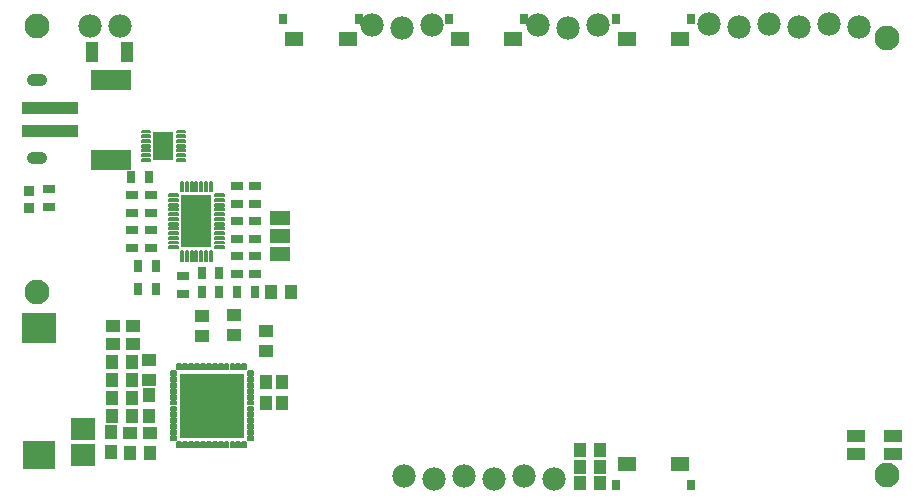
<source format=gbr>
G04 EAGLE Gerber RS-274X export*
G75*
%MOMM*%
%FSLAX34Y34*%
%LPD*%
%INSoldermask Bottom*%
%IPPOS*%
%AMOC8*
5,1,8,0,0,1.08239X$1,22.5*%
G01*
%ADD10C,2.101600*%
%ADD11R,2.101600X1.901600*%
%ADD12R,2.701600X2.351600*%
%ADD13R,2.901600X2.551600*%
%ADD14R,1.201600X1.101600*%
%ADD15R,1.101600X1.201600*%
%ADD16C,0.130963*%
%ADD17R,5.501600X5.501600*%
%ADD18R,1.601600X1.001600*%
%ADD19C,1.981200*%
%ADD20C,0.157581*%
%ADD21R,2.501600X4.501600*%
%ADD22R,1.801600X2.401600*%
%ADD23R,4.701600X1.101600*%
%ADD24R,3.501600X1.701600*%
%ADD25C,1.001600*%
%ADD26R,1.001600X1.701600*%
%ADD27R,1.001600X0.701600*%
%ADD28R,0.901600X0.901600*%
%ADD29R,0.701600X1.001600*%
%ADD30R,1.701800X1.270000*%
%ADD31R,1.551600X1.151600*%
%ADD32R,0.701600X0.901600*%


D10*
X735000Y386500D03*
X735000Y16500D03*
X15000Y396500D03*
X15000Y171500D03*
D11*
X54150Y34000D03*
X54150Y56000D03*
D12*
X16850Y34000D03*
D13*
X16850Y141000D03*
D14*
X110800Y52100D03*
X93800Y52100D03*
D15*
X78000Y36000D03*
X78000Y53000D03*
X110000Y67000D03*
X110000Y84000D03*
X111100Y35500D03*
X94100Y35500D03*
D14*
X110000Y97000D03*
X110000Y114000D03*
D15*
X230280Y171850D03*
X213280Y171850D03*
D16*
X132453Y49603D02*
X128247Y49603D01*
X132453Y49603D02*
X132453Y46397D01*
X128247Y46397D01*
X128247Y49603D01*
X128247Y47641D02*
X132453Y47641D01*
X132453Y48885D02*
X128247Y48885D01*
X128247Y54603D02*
X132453Y54603D01*
X132453Y51397D01*
X128247Y51397D01*
X128247Y54603D01*
X128247Y52641D02*
X132453Y52641D01*
X132453Y53885D02*
X128247Y53885D01*
X128247Y59603D02*
X132453Y59603D01*
X132453Y56397D01*
X128247Y56397D01*
X128247Y59603D01*
X128247Y57641D02*
X132453Y57641D01*
X132453Y58885D02*
X128247Y58885D01*
X128247Y64603D02*
X132453Y64603D01*
X132453Y61397D01*
X128247Y61397D01*
X128247Y64603D01*
X128247Y62641D02*
X132453Y62641D01*
X132453Y63885D02*
X128247Y63885D01*
X128247Y69603D02*
X132453Y69603D01*
X132453Y66397D01*
X128247Y66397D01*
X128247Y69603D01*
X128247Y67641D02*
X132453Y67641D01*
X132453Y68885D02*
X128247Y68885D01*
X128247Y74603D02*
X132453Y74603D01*
X132453Y71397D01*
X128247Y71397D01*
X128247Y74603D01*
X128247Y72641D02*
X132453Y72641D01*
X132453Y73885D02*
X128247Y73885D01*
X128247Y79603D02*
X132453Y79603D01*
X132453Y76397D01*
X128247Y76397D01*
X128247Y79603D01*
X128247Y77641D02*
X132453Y77641D01*
X132453Y78885D02*
X128247Y78885D01*
X128247Y84603D02*
X132453Y84603D01*
X132453Y81397D01*
X128247Y81397D01*
X128247Y84603D01*
X128247Y82641D02*
X132453Y82641D01*
X132453Y83885D02*
X128247Y83885D01*
X128247Y89603D02*
X132453Y89603D01*
X132453Y86397D01*
X128247Y86397D01*
X128247Y89603D01*
X128247Y87641D02*
X132453Y87641D01*
X132453Y88885D02*
X128247Y88885D01*
X128247Y94603D02*
X132453Y94603D01*
X132453Y91397D01*
X128247Y91397D01*
X128247Y94603D01*
X128247Y92641D02*
X132453Y92641D01*
X132453Y93885D02*
X128247Y93885D01*
X128247Y99603D02*
X132453Y99603D01*
X132453Y96397D01*
X128247Y96397D01*
X128247Y99603D01*
X128247Y97641D02*
X132453Y97641D01*
X132453Y98885D02*
X128247Y98885D01*
X128247Y104603D02*
X132453Y104603D01*
X132453Y101397D01*
X128247Y101397D01*
X128247Y104603D01*
X128247Y102641D02*
X132453Y102641D01*
X132453Y103885D02*
X128247Y103885D01*
X137103Y106047D02*
X137103Y110253D01*
X137103Y106047D02*
X133897Y106047D01*
X133897Y110253D01*
X137103Y110253D01*
X137103Y107291D02*
X133897Y107291D01*
X133897Y108535D02*
X137103Y108535D01*
X137103Y109779D02*
X133897Y109779D01*
X142103Y110253D02*
X142103Y106047D01*
X138897Y106047D01*
X138897Y110253D01*
X142103Y110253D01*
X142103Y107291D02*
X138897Y107291D01*
X138897Y108535D02*
X142103Y108535D01*
X142103Y109779D02*
X138897Y109779D01*
X147103Y110253D02*
X147103Y106047D01*
X143897Y106047D01*
X143897Y110253D01*
X147103Y110253D01*
X147103Y107291D02*
X143897Y107291D01*
X143897Y108535D02*
X147103Y108535D01*
X147103Y109779D02*
X143897Y109779D01*
X152103Y110253D02*
X152103Y106047D01*
X148897Y106047D01*
X148897Y110253D01*
X152103Y110253D01*
X152103Y107291D02*
X148897Y107291D01*
X148897Y108535D02*
X152103Y108535D01*
X152103Y109779D02*
X148897Y109779D01*
X157103Y110253D02*
X157103Y106047D01*
X153897Y106047D01*
X153897Y110253D01*
X157103Y110253D01*
X157103Y107291D02*
X153897Y107291D01*
X153897Y108535D02*
X157103Y108535D01*
X157103Y109779D02*
X153897Y109779D01*
X162103Y110253D02*
X162103Y106047D01*
X158897Y106047D01*
X158897Y110253D01*
X162103Y110253D01*
X162103Y107291D02*
X158897Y107291D01*
X158897Y108535D02*
X162103Y108535D01*
X162103Y109779D02*
X158897Y109779D01*
X167103Y110253D02*
X167103Y106047D01*
X163897Y106047D01*
X163897Y110253D01*
X167103Y110253D01*
X167103Y107291D02*
X163897Y107291D01*
X163897Y108535D02*
X167103Y108535D01*
X167103Y109779D02*
X163897Y109779D01*
X172103Y110253D02*
X172103Y106047D01*
X168897Y106047D01*
X168897Y110253D01*
X172103Y110253D01*
X172103Y107291D02*
X168897Y107291D01*
X168897Y108535D02*
X172103Y108535D01*
X172103Y109779D02*
X168897Y109779D01*
X177103Y110253D02*
X177103Y106047D01*
X173897Y106047D01*
X173897Y110253D01*
X177103Y110253D01*
X177103Y107291D02*
X173897Y107291D01*
X173897Y108535D02*
X177103Y108535D01*
X177103Y109779D02*
X173897Y109779D01*
X182103Y110253D02*
X182103Y106047D01*
X178897Y106047D01*
X178897Y110253D01*
X182103Y110253D01*
X182103Y107291D02*
X178897Y107291D01*
X178897Y108535D02*
X182103Y108535D01*
X182103Y109779D02*
X178897Y109779D01*
X187103Y110253D02*
X187103Y106047D01*
X183897Y106047D01*
X183897Y110253D01*
X187103Y110253D01*
X187103Y107291D02*
X183897Y107291D01*
X183897Y108535D02*
X187103Y108535D01*
X187103Y109779D02*
X183897Y109779D01*
X192103Y110253D02*
X192103Y106047D01*
X188897Y106047D01*
X188897Y110253D01*
X192103Y110253D01*
X192103Y107291D02*
X188897Y107291D01*
X188897Y108535D02*
X192103Y108535D01*
X192103Y109779D02*
X188897Y109779D01*
X193547Y101397D02*
X197753Y101397D01*
X193547Y101397D02*
X193547Y104603D01*
X197753Y104603D01*
X197753Y101397D01*
X197753Y102641D02*
X193547Y102641D01*
X193547Y103885D02*
X197753Y103885D01*
X197753Y96397D02*
X193547Y96397D01*
X193547Y99603D01*
X197753Y99603D01*
X197753Y96397D01*
X197753Y97641D02*
X193547Y97641D01*
X193547Y98885D02*
X197753Y98885D01*
X197753Y91397D02*
X193547Y91397D01*
X193547Y94603D01*
X197753Y94603D01*
X197753Y91397D01*
X197753Y92641D02*
X193547Y92641D01*
X193547Y93885D02*
X197753Y93885D01*
X197753Y86397D02*
X193547Y86397D01*
X193547Y89603D01*
X197753Y89603D01*
X197753Y86397D01*
X197753Y87641D02*
X193547Y87641D01*
X193547Y88885D02*
X197753Y88885D01*
X197753Y81397D02*
X193547Y81397D01*
X193547Y84603D01*
X197753Y84603D01*
X197753Y81397D01*
X197753Y82641D02*
X193547Y82641D01*
X193547Y83885D02*
X197753Y83885D01*
X197753Y76397D02*
X193547Y76397D01*
X193547Y79603D01*
X197753Y79603D01*
X197753Y76397D01*
X197753Y77641D02*
X193547Y77641D01*
X193547Y78885D02*
X197753Y78885D01*
X197753Y71397D02*
X193547Y71397D01*
X193547Y74603D01*
X197753Y74603D01*
X197753Y71397D01*
X197753Y72641D02*
X193547Y72641D01*
X193547Y73885D02*
X197753Y73885D01*
X197753Y66397D02*
X193547Y66397D01*
X193547Y69603D01*
X197753Y69603D01*
X197753Y66397D01*
X197753Y67641D02*
X193547Y67641D01*
X193547Y68885D02*
X197753Y68885D01*
X197753Y61397D02*
X193547Y61397D01*
X193547Y64603D01*
X197753Y64603D01*
X197753Y61397D01*
X197753Y62641D02*
X193547Y62641D01*
X193547Y63885D02*
X197753Y63885D01*
X197753Y56397D02*
X193547Y56397D01*
X193547Y59603D01*
X197753Y59603D01*
X197753Y56397D01*
X197753Y57641D02*
X193547Y57641D01*
X193547Y58885D02*
X197753Y58885D01*
X197753Y51397D02*
X193547Y51397D01*
X193547Y54603D01*
X197753Y54603D01*
X197753Y51397D01*
X197753Y52641D02*
X193547Y52641D01*
X193547Y53885D02*
X197753Y53885D01*
X197753Y46397D02*
X193547Y46397D01*
X193547Y49603D01*
X197753Y49603D01*
X197753Y46397D01*
X197753Y47641D02*
X193547Y47641D01*
X193547Y48885D02*
X197753Y48885D01*
X188897Y44953D02*
X188897Y40747D01*
X188897Y44953D02*
X192103Y44953D01*
X192103Y40747D01*
X188897Y40747D01*
X188897Y41991D02*
X192103Y41991D01*
X192103Y43235D02*
X188897Y43235D01*
X188897Y44479D02*
X192103Y44479D01*
X183897Y44953D02*
X183897Y40747D01*
X183897Y44953D02*
X187103Y44953D01*
X187103Y40747D01*
X183897Y40747D01*
X183897Y41991D02*
X187103Y41991D01*
X187103Y43235D02*
X183897Y43235D01*
X183897Y44479D02*
X187103Y44479D01*
X178897Y44953D02*
X178897Y40747D01*
X178897Y44953D02*
X182103Y44953D01*
X182103Y40747D01*
X178897Y40747D01*
X178897Y41991D02*
X182103Y41991D01*
X182103Y43235D02*
X178897Y43235D01*
X178897Y44479D02*
X182103Y44479D01*
X173897Y44953D02*
X173897Y40747D01*
X173897Y44953D02*
X177103Y44953D01*
X177103Y40747D01*
X173897Y40747D01*
X173897Y41991D02*
X177103Y41991D01*
X177103Y43235D02*
X173897Y43235D01*
X173897Y44479D02*
X177103Y44479D01*
X168897Y44953D02*
X168897Y40747D01*
X168897Y44953D02*
X172103Y44953D01*
X172103Y40747D01*
X168897Y40747D01*
X168897Y41991D02*
X172103Y41991D01*
X172103Y43235D02*
X168897Y43235D01*
X168897Y44479D02*
X172103Y44479D01*
X163897Y44953D02*
X163897Y40747D01*
X163897Y44953D02*
X167103Y44953D01*
X167103Y40747D01*
X163897Y40747D01*
X163897Y41991D02*
X167103Y41991D01*
X167103Y43235D02*
X163897Y43235D01*
X163897Y44479D02*
X167103Y44479D01*
X158897Y44953D02*
X158897Y40747D01*
X158897Y44953D02*
X162103Y44953D01*
X162103Y40747D01*
X158897Y40747D01*
X158897Y41991D02*
X162103Y41991D01*
X162103Y43235D02*
X158897Y43235D01*
X158897Y44479D02*
X162103Y44479D01*
X153897Y44953D02*
X153897Y40747D01*
X153897Y44953D02*
X157103Y44953D01*
X157103Y40747D01*
X153897Y40747D01*
X153897Y41991D02*
X157103Y41991D01*
X157103Y43235D02*
X153897Y43235D01*
X153897Y44479D02*
X157103Y44479D01*
X148897Y44953D02*
X148897Y40747D01*
X148897Y44953D02*
X152103Y44953D01*
X152103Y40747D01*
X148897Y40747D01*
X148897Y41991D02*
X152103Y41991D01*
X152103Y43235D02*
X148897Y43235D01*
X148897Y44479D02*
X152103Y44479D01*
X143897Y44953D02*
X143897Y40747D01*
X143897Y44953D02*
X147103Y44953D01*
X147103Y40747D01*
X143897Y40747D01*
X143897Y41991D02*
X147103Y41991D01*
X147103Y43235D02*
X143897Y43235D01*
X143897Y44479D02*
X147103Y44479D01*
X138897Y44953D02*
X138897Y40747D01*
X138897Y44953D02*
X142103Y44953D01*
X142103Y40747D01*
X138897Y40747D01*
X138897Y41991D02*
X142103Y41991D01*
X142103Y43235D02*
X138897Y43235D01*
X138897Y44479D02*
X142103Y44479D01*
X133897Y44953D02*
X133897Y40747D01*
X133897Y44953D02*
X137103Y44953D01*
X137103Y40747D01*
X133897Y40747D01*
X133897Y41991D02*
X137103Y41991D01*
X137103Y43235D02*
X133897Y43235D01*
X133897Y44479D02*
X137103Y44479D01*
D17*
X163000Y75500D03*
D15*
X78500Y67000D03*
X95500Y67000D03*
X78500Y82000D03*
X95500Y82000D03*
X78500Y97000D03*
X95500Y97000D03*
D14*
X96500Y142500D03*
X79500Y142500D03*
X96700Y127600D03*
X79700Y127600D03*
D15*
X474650Y37720D03*
X491650Y37720D03*
X474650Y9720D03*
X491650Y9720D03*
X474550Y23720D03*
X491550Y23720D03*
X78700Y112500D03*
X95700Y112500D03*
D18*
X708850Y34780D03*
X708850Y49780D03*
X739850Y49780D03*
X739850Y34780D03*
D19*
X711000Y396000D03*
X685600Y398540D03*
X660200Y396000D03*
X634800Y398540D03*
X609400Y396000D03*
X584000Y398540D03*
D20*
X162820Y206170D02*
X162820Y198130D01*
X161180Y198130D01*
X161180Y206170D01*
X162820Y206170D01*
X162820Y199627D02*
X161180Y199627D01*
X161180Y201124D02*
X162820Y201124D01*
X162820Y202621D02*
X161180Y202621D01*
X161180Y204118D02*
X162820Y204118D01*
X162820Y205615D02*
X161180Y205615D01*
X158820Y206170D02*
X158820Y198130D01*
X157180Y198130D01*
X157180Y206170D01*
X158820Y206170D01*
X158820Y199627D02*
X157180Y199627D01*
X157180Y201124D02*
X158820Y201124D01*
X158820Y202621D02*
X157180Y202621D01*
X157180Y204118D02*
X158820Y204118D01*
X158820Y205615D02*
X157180Y205615D01*
X154820Y206170D02*
X154820Y198130D01*
X153180Y198130D01*
X153180Y206170D01*
X154820Y206170D01*
X154820Y199627D02*
X153180Y199627D01*
X153180Y201124D02*
X154820Y201124D01*
X154820Y202621D02*
X153180Y202621D01*
X153180Y204118D02*
X154820Y204118D01*
X154820Y205615D02*
X153180Y205615D01*
X150820Y206170D02*
X150820Y198130D01*
X149180Y198130D01*
X149180Y206170D01*
X150820Y206170D01*
X150820Y199627D02*
X149180Y199627D01*
X149180Y201124D02*
X150820Y201124D01*
X150820Y202621D02*
X149180Y202621D01*
X149180Y204118D02*
X150820Y204118D01*
X150820Y205615D02*
X149180Y205615D01*
X146820Y206170D02*
X146820Y198130D01*
X145180Y198130D01*
X145180Y206170D01*
X146820Y206170D01*
X146820Y199627D02*
X145180Y199627D01*
X145180Y201124D02*
X146820Y201124D01*
X146820Y202621D02*
X145180Y202621D01*
X145180Y204118D02*
X146820Y204118D01*
X146820Y205615D02*
X145180Y205615D01*
X142820Y206170D02*
X142820Y198130D01*
X141180Y198130D01*
X141180Y206170D01*
X142820Y206170D01*
X142820Y199627D02*
X141180Y199627D01*
X141180Y201124D02*
X142820Y201124D01*
X142820Y202621D02*
X141180Y202621D01*
X141180Y204118D02*
X142820Y204118D01*
X142820Y205615D02*
X141180Y205615D01*
X138820Y206170D02*
X138820Y198130D01*
X137180Y198130D01*
X137180Y206170D01*
X138820Y206170D01*
X138820Y199627D02*
X137180Y199627D01*
X137180Y201124D02*
X138820Y201124D01*
X138820Y202621D02*
X137180Y202621D01*
X137180Y204118D02*
X138820Y204118D01*
X138820Y205615D02*
X137180Y205615D01*
X138820Y256830D02*
X138820Y264870D01*
X138820Y256830D02*
X137180Y256830D01*
X137180Y264870D01*
X138820Y264870D01*
X138820Y258327D02*
X137180Y258327D01*
X137180Y259824D02*
X138820Y259824D01*
X138820Y261321D02*
X137180Y261321D01*
X137180Y262818D02*
X138820Y262818D01*
X138820Y264315D02*
X137180Y264315D01*
X142820Y264870D02*
X142820Y256830D01*
X141180Y256830D01*
X141180Y264870D01*
X142820Y264870D01*
X142820Y258327D02*
X141180Y258327D01*
X141180Y259824D02*
X142820Y259824D01*
X142820Y261321D02*
X141180Y261321D01*
X141180Y262818D02*
X142820Y262818D01*
X142820Y264315D02*
X141180Y264315D01*
X146820Y264870D02*
X146820Y256830D01*
X145180Y256830D01*
X145180Y264870D01*
X146820Y264870D01*
X146820Y258327D02*
X145180Y258327D01*
X145180Y259824D02*
X146820Y259824D01*
X146820Y261321D02*
X145180Y261321D01*
X145180Y262818D02*
X146820Y262818D01*
X146820Y264315D02*
X145180Y264315D01*
X150820Y264870D02*
X150820Y256830D01*
X149180Y256830D01*
X149180Y264870D01*
X150820Y264870D01*
X150820Y258327D02*
X149180Y258327D01*
X149180Y259824D02*
X150820Y259824D01*
X150820Y261321D02*
X149180Y261321D01*
X149180Y262818D02*
X150820Y262818D01*
X150820Y264315D02*
X149180Y264315D01*
X154820Y264870D02*
X154820Y256830D01*
X153180Y256830D01*
X153180Y264870D01*
X154820Y264870D01*
X154820Y258327D02*
X153180Y258327D01*
X153180Y259824D02*
X154820Y259824D01*
X154820Y261321D02*
X153180Y261321D01*
X153180Y262818D02*
X154820Y262818D01*
X154820Y264315D02*
X153180Y264315D01*
X158820Y264870D02*
X158820Y256830D01*
X157180Y256830D01*
X157180Y264870D01*
X158820Y264870D01*
X158820Y258327D02*
X157180Y258327D01*
X157180Y259824D02*
X158820Y259824D01*
X158820Y261321D02*
X157180Y261321D01*
X157180Y262818D02*
X158820Y262818D01*
X158820Y264315D02*
X157180Y264315D01*
X162820Y264870D02*
X162820Y256830D01*
X161180Y256830D01*
X161180Y264870D01*
X162820Y264870D01*
X162820Y258327D02*
X161180Y258327D01*
X161180Y259824D02*
X162820Y259824D01*
X162820Y261321D02*
X161180Y261321D01*
X161180Y262818D02*
X162820Y262818D01*
X162820Y264315D02*
X161180Y264315D01*
X165330Y254320D02*
X173370Y254320D01*
X173370Y252680D01*
X165330Y252680D01*
X165330Y254320D01*
X165330Y254177D02*
X173370Y254177D01*
X173370Y250320D02*
X165330Y250320D01*
X173370Y250320D02*
X173370Y248680D01*
X165330Y248680D01*
X165330Y250320D01*
X165330Y250177D02*
X173370Y250177D01*
X173370Y246320D02*
X165330Y246320D01*
X173370Y246320D02*
X173370Y244680D01*
X165330Y244680D01*
X165330Y246320D01*
X165330Y246177D02*
X173370Y246177D01*
X173370Y242320D02*
X165330Y242320D01*
X173370Y242320D02*
X173370Y240680D01*
X165330Y240680D01*
X165330Y242320D01*
X165330Y242177D02*
X173370Y242177D01*
X173370Y238320D02*
X165330Y238320D01*
X173370Y238320D02*
X173370Y236680D01*
X165330Y236680D01*
X165330Y238320D01*
X165330Y238177D02*
X173370Y238177D01*
X173370Y234320D02*
X165330Y234320D01*
X173370Y234320D02*
X173370Y232680D01*
X165330Y232680D01*
X165330Y234320D01*
X165330Y234177D02*
X173370Y234177D01*
X173370Y230320D02*
X165330Y230320D01*
X173370Y230320D02*
X173370Y228680D01*
X165330Y228680D01*
X165330Y230320D01*
X165330Y230177D02*
X173370Y230177D01*
X173370Y226320D02*
X165330Y226320D01*
X173370Y226320D02*
X173370Y224680D01*
X165330Y224680D01*
X165330Y226320D01*
X165330Y226177D02*
X173370Y226177D01*
X173370Y222320D02*
X165330Y222320D01*
X173370Y222320D02*
X173370Y220680D01*
X165330Y220680D01*
X165330Y222320D01*
X165330Y222177D02*
X173370Y222177D01*
X173370Y218320D02*
X165330Y218320D01*
X173370Y218320D02*
X173370Y216680D01*
X165330Y216680D01*
X165330Y218320D01*
X165330Y218177D02*
X173370Y218177D01*
X173370Y214320D02*
X165330Y214320D01*
X173370Y214320D02*
X173370Y212680D01*
X165330Y212680D01*
X165330Y214320D01*
X165330Y214177D02*
X173370Y214177D01*
X173370Y210320D02*
X165330Y210320D01*
X173370Y210320D02*
X173370Y208680D01*
X165330Y208680D01*
X165330Y210320D01*
X165330Y210177D02*
X173370Y210177D01*
X134670Y210320D02*
X126630Y210320D01*
X134670Y210320D02*
X134670Y208680D01*
X126630Y208680D01*
X126630Y210320D01*
X126630Y210177D02*
X134670Y210177D01*
X134670Y214320D02*
X126630Y214320D01*
X134670Y214320D02*
X134670Y212680D01*
X126630Y212680D01*
X126630Y214320D01*
X126630Y214177D02*
X134670Y214177D01*
X134670Y218320D02*
X126630Y218320D01*
X134670Y218320D02*
X134670Y216680D01*
X126630Y216680D01*
X126630Y218320D01*
X126630Y218177D02*
X134670Y218177D01*
X134670Y222320D02*
X126630Y222320D01*
X134670Y222320D02*
X134670Y220680D01*
X126630Y220680D01*
X126630Y222320D01*
X126630Y222177D02*
X134670Y222177D01*
X134670Y226320D02*
X126630Y226320D01*
X134670Y226320D02*
X134670Y224680D01*
X126630Y224680D01*
X126630Y226320D01*
X126630Y226177D02*
X134670Y226177D01*
X134670Y230320D02*
X126630Y230320D01*
X134670Y230320D02*
X134670Y228680D01*
X126630Y228680D01*
X126630Y230320D01*
X126630Y230177D02*
X134670Y230177D01*
X134670Y234320D02*
X126630Y234320D01*
X134670Y234320D02*
X134670Y232680D01*
X126630Y232680D01*
X126630Y234320D01*
X126630Y234177D02*
X134670Y234177D01*
X134670Y238320D02*
X126630Y238320D01*
X134670Y238320D02*
X134670Y236680D01*
X126630Y236680D01*
X126630Y238320D01*
X126630Y238177D02*
X134670Y238177D01*
X134670Y242320D02*
X126630Y242320D01*
X134670Y242320D02*
X134670Y240680D01*
X126630Y240680D01*
X126630Y242320D01*
X126630Y242177D02*
X134670Y242177D01*
X134670Y246320D02*
X126630Y246320D01*
X134670Y246320D02*
X134670Y244680D01*
X126630Y244680D01*
X126630Y246320D01*
X126630Y246177D02*
X134670Y246177D01*
X134670Y250320D02*
X126630Y250320D01*
X134670Y250320D02*
X134670Y248680D01*
X126630Y248680D01*
X126630Y250320D01*
X126630Y250177D02*
X134670Y250177D01*
X134670Y254320D02*
X126630Y254320D01*
X134670Y254320D02*
X134670Y252680D01*
X126630Y252680D01*
X126630Y254320D01*
X126630Y254177D02*
X134670Y254177D01*
D21*
X150000Y231500D03*
D20*
X110670Y282680D02*
X103630Y282680D01*
X103630Y284320D01*
X110670Y284320D01*
X110670Y282680D01*
X110670Y284177D02*
X103630Y284177D01*
X103630Y286680D02*
X110670Y286680D01*
X103630Y286680D02*
X103630Y288320D01*
X110670Y288320D01*
X110670Y286680D01*
X110670Y288177D02*
X103630Y288177D01*
X103630Y290680D02*
X110670Y290680D01*
X103630Y290680D02*
X103630Y292320D01*
X110670Y292320D01*
X110670Y290680D01*
X110670Y292177D02*
X103630Y292177D01*
X103630Y294680D02*
X110670Y294680D01*
X103630Y294680D02*
X103630Y296320D01*
X110670Y296320D01*
X110670Y294680D01*
X110670Y296177D02*
X103630Y296177D01*
X103630Y298680D02*
X110670Y298680D01*
X103630Y298680D02*
X103630Y300320D01*
X110670Y300320D01*
X110670Y298680D01*
X110670Y300177D02*
X103630Y300177D01*
X103630Y302680D02*
X110670Y302680D01*
X103630Y302680D02*
X103630Y304320D01*
X110670Y304320D01*
X110670Y302680D01*
X110670Y304177D02*
X103630Y304177D01*
X103630Y306680D02*
X110670Y306680D01*
X103630Y306680D02*
X103630Y308320D01*
X110670Y308320D01*
X110670Y306680D01*
X110670Y308177D02*
X103630Y308177D01*
X133330Y306680D02*
X140370Y306680D01*
X133330Y306680D02*
X133330Y308320D01*
X140370Y308320D01*
X140370Y306680D01*
X140370Y308177D02*
X133330Y308177D01*
X133330Y302680D02*
X140370Y302680D01*
X133330Y302680D02*
X133330Y304320D01*
X140370Y304320D01*
X140370Y302680D01*
X140370Y304177D02*
X133330Y304177D01*
X133330Y298680D02*
X140370Y298680D01*
X133330Y298680D02*
X133330Y300320D01*
X140370Y300320D01*
X140370Y298680D01*
X140370Y300177D02*
X133330Y300177D01*
X133330Y294680D02*
X140370Y294680D01*
X133330Y294680D02*
X133330Y296320D01*
X140370Y296320D01*
X140370Y294680D01*
X140370Y296177D02*
X133330Y296177D01*
X133330Y290680D02*
X140370Y290680D01*
X133330Y290680D02*
X133330Y292320D01*
X140370Y292320D01*
X140370Y290680D01*
X140370Y292177D02*
X133330Y292177D01*
X133330Y286680D02*
X140370Y286680D01*
X133330Y286680D02*
X133330Y288320D01*
X140370Y288320D01*
X140370Y286680D01*
X140370Y288177D02*
X133330Y288177D01*
X133330Y282680D02*
X140370Y282680D01*
X133330Y282680D02*
X133330Y284320D01*
X140370Y284320D01*
X140370Y282680D01*
X140370Y284177D02*
X133330Y284177D01*
D22*
X122000Y295500D03*
D23*
X26000Y307500D03*
X26000Y327500D03*
D24*
X78000Y283500D03*
X78000Y351500D03*
D25*
X18500Y351000D02*
X11500Y351000D01*
X11500Y285000D02*
X18500Y285000D01*
D26*
X62000Y374500D03*
X91000Y374500D03*
D27*
X184500Y261000D03*
X184500Y246000D03*
X200000Y216500D03*
X200000Y231500D03*
X184500Y216500D03*
X184500Y231500D03*
D28*
X8000Y242500D03*
X8000Y257500D03*
D27*
X25000Y258500D03*
X25000Y243500D03*
X95500Y238500D03*
X95500Y253500D03*
X111500Y253500D03*
X111500Y238500D03*
D29*
X95000Y269000D03*
X110000Y269000D03*
D27*
X111500Y224000D03*
X111500Y209000D03*
X95500Y209000D03*
X95500Y224000D03*
D29*
X100500Y194000D03*
X115500Y194000D03*
D27*
X200000Y261000D03*
X200000Y246000D03*
X200000Y202000D03*
X200000Y187000D03*
D29*
X184500Y172000D03*
X199500Y172000D03*
D27*
X184500Y202000D03*
X184500Y187000D03*
D29*
X169500Y172000D03*
X154500Y172000D03*
X169500Y187500D03*
X154500Y187500D03*
D30*
X220500Y203760D03*
X220500Y219000D03*
X220500Y234240D03*
D14*
X182000Y152000D03*
X182000Y135000D03*
X154500Y151500D03*
X154500Y134500D03*
X209000Y139000D03*
X209000Y122000D03*
D19*
X439500Y397770D03*
X464900Y395230D03*
X490300Y397770D03*
X299000Y397770D03*
X324400Y395230D03*
X349800Y397770D03*
X59500Y396500D03*
X85000Y396500D03*
X452500Y13000D03*
X427100Y15540D03*
X401700Y13000D03*
X376300Y15540D03*
X350900Y13000D03*
X325500Y15540D03*
D15*
X222500Y78000D03*
X222500Y95000D03*
X209000Y78000D03*
X209000Y95000D03*
D27*
X138500Y170000D03*
X138500Y185000D03*
D29*
X100500Y174000D03*
X115500Y174000D03*
D31*
X372750Y385750D03*
X418250Y385750D03*
D32*
X363500Y403000D03*
X427500Y403000D03*
D31*
X232750Y385750D03*
X278250Y385750D03*
D32*
X223500Y403000D03*
X287500Y403000D03*
D31*
X514250Y385750D03*
X559750Y385750D03*
D32*
X505000Y403000D03*
X569000Y403000D03*
D31*
X559750Y25750D03*
X514250Y25750D03*
D32*
X569000Y8500D03*
X505000Y8500D03*
M02*

</source>
